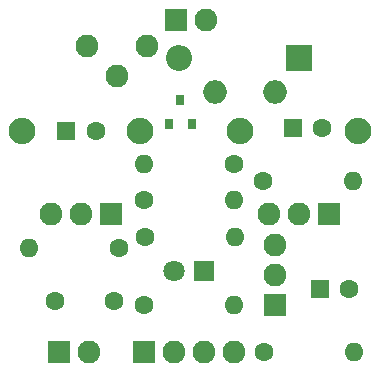
<source format=gts>
%TF.GenerationSoftware,KiCad,Pcbnew,(5.99.0-3499-gca2252686-dirty)*%
%TF.CreationDate,2020-09-23T10:08:40+03:00*%
%TF.ProjectId,omega,6f6d6567-612e-46b6-9963-61645f706362,rev?*%
%TF.SameCoordinates,Original*%
%TF.FileFunction,Soldermask,Top*%
%TF.FilePolarity,Negative*%
%FSLAX46Y46*%
G04 Gerber Fmt 4.6, Leading zero omitted, Abs format (unit mm)*
G04 Created by KiCad (PCBNEW (5.99.0-3499-gca2252686-dirty)) date 2020-09-23 10:08:40*
%MOMM*%
%LPD*%
G01*
G04 APERTURE LIST*
%ADD10O,1.600000X1.600000*%
%ADD11C,1.600000*%
%ADD12C,1.800000*%
%ADD13R,1.800000X1.800000*%
%ADD14R,1.600000X1.600000*%
%ADD15O,1.930400X1.930400*%
%ADD16R,1.930400X1.930400*%
%ADD17O,2.250000X2.250000*%
%ADD18R,0.800000X0.900000*%
%ADD19R,2.200000X2.200000*%
%ADD20O,2.200000X2.200000*%
%ADD21O,2.000000X2.000000*%
G04 APERTURE END LIST*
D10*
%TO.C,R7*%
X110246117Y-72324058D03*
D11*
X102626117Y-72324058D03*
%TD*%
D12*
%TO.C,D2*%
X105156000Y-75184000D03*
D13*
X107696000Y-75184000D03*
%TD*%
D11*
%TO.C,C3*%
X117689000Y-63119000D03*
D14*
X115189000Y-63119000D03*
%TD*%
D15*
%TO.C,Q2*%
X113665000Y-73025000D03*
X113665000Y-75565000D03*
D16*
X113665000Y-78105000D03*
%TD*%
D17*
%TO.C,RV3*%
X120697000Y-63358000D03*
X110697000Y-63358000D03*
D15*
X113157000Y-70358000D03*
X115697000Y-70358000D03*
D16*
X118237000Y-70358000D03*
%TD*%
D17*
%TO.C,RV1*%
X102282000Y-63358000D03*
X92282000Y-63358000D03*
D15*
X94742000Y-70358000D03*
X97282000Y-70358000D03*
D16*
X99822000Y-70358000D03*
%TD*%
D11*
%TO.C,R5*%
X112649000Y-67564000D03*
D10*
X120269000Y-67564000D03*
%TD*%
D11*
%TO.C,R2*%
X100457000Y-73279000D03*
D10*
X92837000Y-73279000D03*
%TD*%
D18*
%TO.C,Q1*%
X104714000Y-62722000D03*
X106614000Y-62722000D03*
X105664000Y-60722000D03*
%TD*%
D11*
%TO.C,R3*%
X102616000Y-69215000D03*
D10*
X110236000Y-69215000D03*
%TD*%
D19*
%TO.C,D1*%
X115697000Y-57150000D03*
D20*
X105537000Y-57150000D03*
%TD*%
D14*
%TO.C,C6*%
X96012000Y-63373000D03*
D11*
X98512000Y-63373000D03*
%TD*%
%TO.C,R4*%
X110236000Y-66167000D03*
D10*
X102616000Y-66167000D03*
%TD*%
D16*
%TO.C,J3*%
X95377000Y-82042000D03*
D15*
X97917000Y-82042000D03*
%TD*%
D16*
%TO.C,J1*%
X102616000Y-82042000D03*
D15*
X105156000Y-82042000D03*
X107696000Y-82042000D03*
X110236000Y-82042000D03*
%TD*%
D21*
%TO.C,C2*%
X108585000Y-60071000D03*
X113665000Y-60071000D03*
%TD*%
D11*
%TO.C,C1*%
X100076000Y-77724000D03*
X95076000Y-77724000D03*
%TD*%
D16*
%TO.C,J2*%
X105283000Y-53975000D03*
D15*
X107823000Y-53975000D03*
%TD*%
D14*
%TO.C,C7*%
X117475000Y-76708000D03*
D11*
X119975000Y-76708000D03*
%TD*%
D15*
%TO.C,RV2*%
X102870000Y-56134000D03*
X100330000Y-58674000D03*
X97790000Y-56134000D03*
%TD*%
D11*
%TO.C,R1*%
X102616000Y-78105000D03*
D10*
X110236000Y-78105000D03*
%TD*%
D11*
%TO.C,R6*%
X112776000Y-82042000D03*
D10*
X120396000Y-82042000D03*
%TD*%
M02*

</source>
